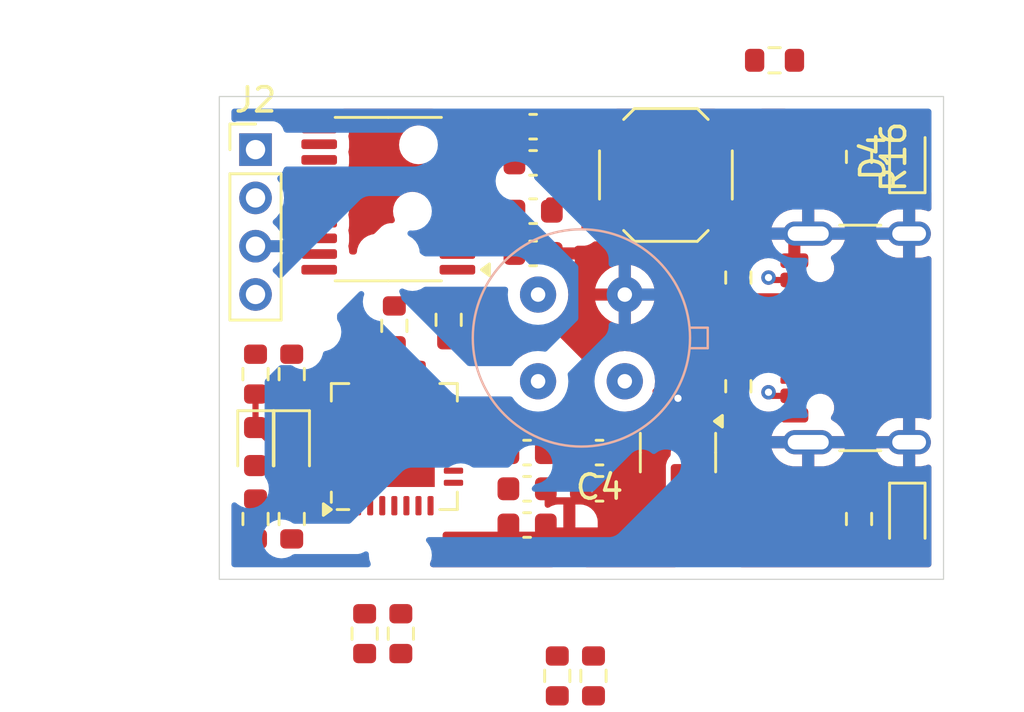
<source format=kicad_pcb>
(kicad_pcb (version 20240108) (generator "pcbnew") (generator_version "8.0")
  (layers (0 "F.Cu" signal) (31 "B.Cu" signal) (34 "B.Paste" user) (35 "F.Paste" user) (36 "B.SilkS" user "B.Silkscreen") (37 "F.SilkS" user "F.Silkscreen") (38 "B.Mask" user) (39 "F.Mask" user) (44 "Edge.Cuts" user))
  (net 0 "")
  (net 1 "GND")
  (net 2 "VBUS")
  (net 3 "VDD")
  (net 4 "Net-(U1-VCAP)")
  (net 5 "/NRST")
  (net 6 "Net-(D1-A)")
  (net 7 "Net-(D2-A)")
  (net 8 "/CP_TXD")
  (net 9 "Net-(D3-A)")
  (net 10 "/CP_RXD")
  (net 11 "Net-(J1-D+-PadA6)")
  (net 12 "Net-(J1-D--PadA7)")
  (net 13 "Net-(D4-A)")
  (net 14 "Net-(J1-CC1)")
  (net 17 "Net-(J1-CC2)")
  (net 18 "/SWIM")
  (net 19 "/PIR")
  (net 20 "/DN")
  (net 21 "Net-(R3-Pad1)")
  (net 22 "/DP")
  (net 23 "Net-(R4-Pad1)")
  (net 24 "Net-(U2-~{RST})")
  (net 25 "/ST_RXD")
  (net 26 "/ST_TXD")
  (net 27 "Net-(U2-~{SUSPEND})")
  (net 32 "Net-(U1-PA1)")
  (net 34 "/ONTIME")
  (net 58 "+3.3V")
  (footprint "Resistor_SMD:R_0603_1608Metric" (layer "F.Cu") (at 45.5 54 -90)
    (property "Reference" "R5" (hide yes))
    (property "Value" "10k")
    (fp_line (start -0.237258 0.5225) (end 0.237258 0.5225) (stroke (width 0.12)) (layer "F.SilkS"))
    (fp_line (start -0.237258 -0.5225) (end 0.237258 -0.5225) (stroke (width 0.12)) (layer "F.SilkS"))
    (pad "1" smd roundrect (at -0.825 0 270) (size 0.8 0.95) (layers "F.Cu" "F.Paste" "F.Mask") (net 58 "+3.3V"))
    (pad "2" smd roundrect (at 0.825 0 270) (size 0.8 0.95) (layers "F.Cu" "F.Paste" "F.Mask") (net 24 "Net-(U2-~{RST})"))
  )
  (footprint "Resistor_SMD:R_0603_1608Metric" (layer "F.Cu") (at 37.52 52.25 90)
    (property "Reference" "R3" (hide yes))
    (property "Value" "22R")
    (fp_line (start -0.237258 -0.5225) (end 0.237258 -0.5225) (stroke (width 0.12)) (layer "F.SilkS"))
    (fp_line (start -0.237258 0.5225) (end 0.237258 0.5225) (stroke (width 0.12)) (layer "F.SilkS"))
    (pad "1" smd roundrect (at -0.825 0 90) (size 0.8 0.95) (layers "F.Cu" "F.Paste" "F.Mask") (net 21 "Net-(R3-Pad1)"))
    (pad "2" smd roundrect (at 0.825 0 90) (size 0.8 0.95) (layers "F.Cu" "F.Paste" "F.Mask") (net 20 "/DN"))
  )
  (footprint "Resistor_SMD:R_0603_1608Metric" (layer "F.Cu") (at 33 47.5 -90)
    (property "Reference" "R12" (hide yes))
    (property "Value" "10k")
    (fp_line (start -0.237258 0.5225) (end 0.237258 0.5225) (stroke (width 0.12)) (layer "F.SilkS"))
    (fp_line (start -0.237258 -0.5225) (end 0.237258 -0.5225) (stroke (width 0.12)) (layer "F.SilkS"))
    (pad "1" smd roundrect (at -0.825 0 270) (size 0.8 0.95) (layers "F.Cu" "F.Paste" "F.Mask") (net 9 "Net-(D3-A)"))
    (pad "2" smd roundrect (at 0.825 0 270) (size 0.8 0.95) (layers "F.Cu" "F.Paste" "F.Mask") (net 58 "+3.3V"))
  )
  (footprint "LED_SMD:LED_0603_1608Metric" (layer "F.Cu") (at 31.5 44.5 -90)
    (property "Reference" "D2" (hide yes))
    (property "Value" "LED")
    (fp_line (start -1.485 0.735) (end 0.8 0.735) (stroke (width 0.12)) (layer "F.SilkS"))
    (fp_line (start -1.485 -0.735) (end -1.485 0.735) (stroke (width 0.12)) (layer "F.SilkS"))
    (fp_line (start 0.8 -0.735) (end -1.485 -0.735) (stroke (width 0.12)) (layer "F.SilkS"))
    (pad "1" smd roundrect (at -0.7875 0 270) (size 0.875 0.95) (layers "F.Cu" "F.Paste" "F.Mask") (net 8 "/CP_TXD"))
    (pad "2" smd roundrect (at 0.7875 0 270) (size 0.875 0.95) (layers "F.Cu" "F.Paste" "F.Mask") (net 7 "Net-(D2-A)"))
  )
  (footprint "Resistor_SMD:R_0603_1608Metric" (layer "F.Cu") (at 37.25 39.5 -90)
    (property "Reference" "R14" (hide yes))
    (property "Value" "10k")
    (fp_line (start -0.237258 0.5225) (end 0.237258 0.5225) (stroke (width 0.12)) (layer "F.SilkS"))
    (fp_line (start -0.237258 -0.5225) (end 0.237258 -0.5225) (stroke (width 0.12)) (layer "F.SilkS"))
    (pad "1" smd roundrect (at -0.825 0 270) (size 0.8 0.95) (layers "F.Cu" "F.Paste" "F.Mask") (net 19 "/PIR"))
    (pad "2" smd roundrect (at 0.825 0 270) (size 0.8 0.95) (layers "F.Cu" "F.Paste" "F.Mask") (net 58 "+3.3V"))
  )
  (footprint "Package_SO:TSSOP-20_4.4x6.5mm_P0.65mm" (layer "F.Cu") (at 37 34.25 180)
    (property "Reference" "U1" (hide yes))
    (property "Value" "STM8S003F3P")
    (fp_line (start 0 3.385) (end 2.2 3.385) (stroke (width 0.12)) (layer "F.SilkS"))
    (fp_line (start 0 3.385) (end -2.2 3.385) (stroke (width 0.12)) (layer "F.SilkS"))
    (fp_line (start 0 -3.385) (end 2.2 -3.385) (stroke (width 0.12)) (layer "F.SilkS"))
    (fp_line (start 0 -3.385) (end -2.2 -3.385) (stroke (width 0.12)) (layer "F.SilkS"))
    (fp_poly (pts (xy -3.86 -2.925) (xy -4.19 -3.165) (xy -4.19 -2.685) (xy -3.86 -2.925)) (stroke (width 0.12)) (fill solid) (layer "F.SilkS"))
    (pad "1" smd roundrect (at -2.8625 -2.925 180) (size 1.475 0.4) (layers "F.Cu" "F.Paste" "F.Mask") (net 34 "/ONTIME"))
    (pad "2" smd roundrect (at -2.8625 -2.275 180) (size 1.475 0.4) (layers "F.Cu" "F.Paste" "F.Mask") (net 26 "/ST_TXD"))
    (pad "3" smd roundrect (at -2.8625 -1.625 180) (size 1.475 0.4) (layers "F.Cu" "F.Paste" "F.Mask") (net 25 "/ST_RXD"))
    (pad "4" smd roundrect (at -2.8625 -0.975 180) (size 1.475 0.4) (layers "F.Cu" "F.Paste" "F.Mask") (net 5 "/NRST"))
    (pad "5" smd roundrect (at -2.8625 -0.325 180) (size 1.475 0.4) (layers "F.Cu" "F.Paste" "F.Mask") (net 32 "Net-(U1-PA1)"))
    (pad "6" smd roundrect (at -2.8625 0.325 180) (size 1.475 0.4) (layers "F.Cu" "F.Paste" "F.Mask"))
    (pad "7" smd roundrect (at -2.8625 0.975 180) (size 1.475 0.4) (layers "F.Cu" "F.Paste" "F.Mask") (net 1 "GND"))
    (pad "8" smd roundrect (at -2.8625 1.625 180) (size 1.475 0.4) (layers "F.Cu" "F.Paste" "F.Mask") (net 4 "Net-(U1-VCAP)"))
    (pad "9" smd roundrect (at -2.8625 2.275 180) (size 1.475 0.4) (layers "F.Cu" "F.Paste" "F.Mask") (net 58 "+3.3V"))
    (pad "10" smd roundrect (at -2.8625 2.925 180) (size 1.475 0.4) (layers "F.Cu" "F.Paste" "F.Mask"))
    (pad "11" smd roundrect (at 2.8625 2.925 180) (size 1.475 0.4) (layers "F.Cu" "F.Paste" "F.Mask"))
    (pad "12" smd roundrect (at 2.8625 2.275 180) (size 1.475 0.4) (layers "F.Cu" "F.Paste" "F.Mask"))
    (pad "13" smd roundrect (at 2.8625 1.625 180) (size 1.475 0.4) (layers "F.Cu" "F.Paste" "F.Mask"))
    (pad "14" smd roundrect (at 2.8625 0.975 180) (size 1.475 0.4) (layers "F.Cu" "F.Paste" "F.Mask"))
    (pad "15" smd roundrect (at 2.8625 0.325 180) (size 1.475 0.4) (layers "F.Cu" "F.Paste" "F.Mask"))
    (pad "16" smd roundrect (at 2.8625 -0.325 180) (size 1.475 0.4) (layers "F.Cu" "F.Paste" "F.Mask"))
    (pad "17" smd roundrect (at 2.8625 -0.975 180) (size 1.475 0.4) (layers "F.Cu" "F.Paste" "F.Mask"))
    (pad "18" smd roundrect (at 2.8625 -1.625 180) (size 1.475 0.4) (layers "F.Cu" "F.Paste" "F.Mask") (net 18 "/SWIM"))
    (pad "19" smd roundrect (at 2.8625 -2.275 180) (size 1.475 0.4) (layers "F.Cu" "F.Paste" "F.Mask"))
    (pad "20" smd roundrect (at 2.8625 -2.925 180) (size 1.475 0.4) (layers "F.Cu" "F.Paste" "F.Mask") (net 19 "/PIR"))
  )
  (footprint "Resistor_SMD:R_0603_1608Metric" (layer "F.Cu") (at 31.5 47.5 -90)
    (property "Reference" "R11" (hide yes))
    (property "Value" "10k")
    (fp_line (start -0.237258 0.5225) (end 0.237258 0.5225) (stroke (width 0.12)) (layer "F.SilkS"))
    (fp_line (start -0.237258 -0.5225) (end 0.237258 -0.5225) (stroke (width 0.12)) (layer "F.SilkS"))
    (pad "1" smd roundrect (at -0.825 0 270) (size 0.8 0.95) (layers "F.Cu" "F.Paste" "F.Mask") (net 7 "Net-(D2-A)"))
    (pad "2" smd roundrect (at 0.825 0 270) (size 0.8 0.95) (layers "F.Cu" "F.Paste" "F.Mask") (net 58 "+3.3V"))
  )
  (footprint "Resistor_SMD:R_0603_1608Metric" (layer "F.Cu") (at 53 28.5)
    (property "Reference" "R13" (hide yes))
    (property "Value" "10k")
    (fp_line (start -0.237258 -0.5225) (end 0.237258 -0.5225) (stroke (width 0.12)) (layer "F.SilkS"))
    (fp_line (start -0.237258 0.5225) (end 0.237258 0.5225) (stroke (width 0.12)) (layer "F.SilkS"))
    (pad "1" smd roundrect (at -0.825 0) (size 0.8 0.95) (layers "F.Cu" "F.Paste" "F.Mask") (net 5 "/NRST"))
    (pad "2" smd roundrect (at 0.825 0) (size 0.8 0.95) (layers "F.Cu" "F.Paste" "F.Mask") (net 3 "VDD"))
  )
  (footprint "LED_SMD:LED_0603_1608Metric" (layer "F.Cu") (at 33 44.5 -90)
    (property "Reference" "D3" (hide yes))
    (property "Value" "LED")
    (fp_line (start -1.485 0.735) (end 0.8 0.735) (stroke (width 0.12)) (layer "F.SilkS"))
    (fp_line (start -1.485 -0.735) (end -1.485 0.735) (stroke (width 0.12)) (layer "F.SilkS"))
    (fp_line (start 0.8 -0.735) (end -1.485 -0.735) (stroke (width 0.12)) (layer "F.SilkS"))
    (pad "1" smd roundrect (at -0.7875 0 270) (size 0.875 0.95) (layers "F.Cu" "F.Paste" "F.Mask") (net 10 "/CP_RXD"))
    (pad "2" smd roundrect (at 0.7875 0 270) (size 0.875 0.95) (layers "F.Cu" "F.Paste" "F.Mask") (net 9 "Net-(D3-A)"))
  )
  (footprint "Connector_USB:USB_C_Receptacle_GCT_USB4105-xx-A_16P_TopMnt_Horizontal" (layer "F.Cu") (at 57.5 40 90)
    (property "Reference" "J1" (hide yes))
    (property "Value" "USB_C_Receptacle_USB2.0_16P")
    (fp_line (start 4.67 -0.1) (end 4.67 -1.8) (stroke (width 0.12)) (layer "F.SilkS"))
    (fp_line (start -4.67 -0.1) (end -4.67 -1.8) (stroke (width 0.12)) (layer "F.SilkS"))
    (pad "" np_thru_hole circle (at -2.89 -2.605 90) (size 0.65 0.65) (drill 0.65) (layers "F&B.Cu" "*.Mask"))
    (pad "" np_thru_hole circle (at 2.89 -2.605 90) (size 0.65 0.65) (drill 0.65) (layers "F&B.Cu" "*.Mask"))
    (pad "A1" smd roundrect (at -3.2 -3.68 90) (size 0.6 1.15) (layers "F.Cu" "F.Paste" "F.Mask") (net 1 "GND"))
    (pad "A4" smd roundrect (at -2.4 -3.68 90) (size 0.6 1.15) (layers "F.Cu" "F.Paste" "F.Mask") (net 2 "VBUS"))
    (pad "A5" smd roundrect (at -1.25 -3.68 90) (size 0.3 1.15) (layers "F.Cu" "F.Paste" "F.Mask") (net 14 "Net-(J1-CC1)"))
    (pad "A6" smd roundrect (at -0.25 -3.68 90) (size 0.3 1.15) (layers "F.Cu" "F.Paste" "F.Mask") (net 11 "Net-(J1-D+-PadA6)"))
    (pad "A7" smd roundrect (at 0.25 -3.68 90) (size 0.3 1.15) (layers "F.Cu" "F.Paste" "F.Mask") (net 12 "Net-(J1-D--PadA7)"))
    (pad "A8" smd roundrect (at 1.25 -3.68 90) (size 0.3 1.15) (layers "F.Cu" "F.Paste" "F.Mask"))
    (pad "A9" smd roundrect (at 2.4 -3.68 90) (size 0.6 1.15) (layers "F.Cu" "F.Paste" "F.Mask") (net 2 "VBUS"))
    (pad "A12" smd roundrect (at 3.2 -3.68 90) (size 0.6 1.15) (layers "F.Cu" "F.Paste" "F.Mask") (net 1 "GND"))
    (pad "B1" smd roundrect (at 3.2 -3.68 90) (size 0.6 1.15) (layers "F.Cu" "F.Paste" "F.Mask") (net 1 "GND"))
    (pad "B4" smd roundrect (at 2.4 -3.68 90) (size 0.6 1.15) (layers "F.Cu" "F.Paste" "F.Mask") (net 2 "VBUS"))
    (pad "B5" smd roundrect (at 1.75 -3.68 90) (size 0.3 1.15) (layers "F.Cu" "F.Paste" "F.Mask") (net 17 "Net-(J1-CC2)"))
    (pad "B6" smd roundrect (at 0.75 -3.68 90) (size 0.3 1.15) (layers "F.Cu" "F.Paste" "F.Mask") (net 11 "Net-(J1-D+-PadA6)"))
    (pad "B7" smd roundrect (at -0.75 -3.68 90) (size 0.3 1.15) (layers "F.Cu" "F.Paste" "F.Mask") (net 12 "Net-(J1-D--PadA7)"))
    (pad "B8" smd roundrect (at -1.75 -3.68 90) (size 0.3 1.15) (layers "F.Cu" "F.Paste" "F.Mask"))
    (pad "B9" smd roundrect (at -2.4 -3.68 90) (size 0.6 1.15) (layers "F.Cu" "F.Paste" "F.Mask") (net 2 "VBUS"))
    (pad "B12" smd roundrect (at -3.2 -3.68 90) (size 0.6 1.15) (layers "F.Cu" "F.Paste" "F.Mask") (net 1 "GND"))
    (pad "S1" thru_hole oval (at -4.32 -3.105 90) (size 1 2.1) (drill oval 0.6 1.7) (layers "*.Cu" "*.Mask" "F.Paste") (net 1 "GND"))
    (pad "S1" thru_hole oval (at -4.32 1.075 90) (size 1 1.8) (drill oval 0.6 1.4) (layers "*.Cu" "*.Mask" "F.Paste") (net 1 "GND"))
    (pad "S1" thru_hole oval (at 4.32 -3.105 90) (size 1 2.1) (drill oval 0.6 1.7) (layers "*.Cu" "*.Mask" "F.Paste") (net 1 "GND"))
    (pad "S1" thru_hole oval (at 4.32 1.075 90) (size 1 1.8) (drill oval 0.6 1.4) (layers "*.Cu" "*.Mask" "F.Paste") (net 1 "GND"))
  )
  (footprint "Capacitor_SMD:C_0603_1608Metric" (layer "F.Cu") (at 42.75 47.75)
    (property "Reference" "C3" (hide yes))
    (property "Value" "1u")
    (fp_line (start -0.14058 -0.51) (end 0.14058 -0.51) (stroke (width 0.12)) (layer "F.SilkS"))
    (fp_line (start -0.14058 0.51) (end 0.14058 0.51) (stroke (width 0.12)) (layer "F.SilkS"))
    (pad "1" smd roundrect (at -0.775 0) (size 0.9 0.95) (layers "F.Cu" "F.Paste" "F.Mask") (net 58 "+3.3V"))
    (pad "2" smd roundrect (at 0.775 0) (size 0.9 0.95) (layers "F.Cu" "F.Paste" "F.Mask") (net 1 "GND"))
  )
  (footprint "Capacitor_SMD:C_0603_1608Metric" (layer "F.Cu") (at 42.75 44.75)
    (property "Reference" "C1" (hide yes))
    (property "Value" "1u")
    (fp_line (start -0.14058 -0.51) (end 0.14058 -0.51) (stroke (width 0.12)) (layer "F.SilkS"))
    (fp_line (start -0.14058 0.51) (end 0.14058 0.51) (stroke (width 0.12)) (layer "F.SilkS"))
    (pad "1" smd roundrect (at -0.775 0) (size 0.9 0.95) (layers "F.Cu" "F.Paste" "F.Mask") (net 2 "VBUS"))
    (pad "2" smd roundrect (at 0.775 0) (size 0.9 0.95) (layers "F.Cu" "F.Paste" "F.Mask") (net 1 "GND"))
  )
  (footprint "Resistor_SMD:R_0603_1608Metric" (layer "F.Cu") (at 56.5 47.5 90)
    (property "Reference" "R10" (hide yes))
    (property "Value" "10k")
    (fp_line (start -0.237258 -0.5225) (end 0.237258 -0.5225) (stroke (width 0.12)) (layer "F.SilkS"))
    (fp_line (start -0.237258 0.5225) (end 0.237258 0.5225) (stroke (width 0.12)) (layer "F.SilkS"))
    (pad "1" smd roundrect (at -0.825 0 90) (size 0.8 0.95) (layers "F.Cu" "F.Paste" "F.Mask") (net 6 "Net-(D1-A)"))
    (pad "2" smd roundrect (at 0.825 0 90) (size 0.8 0.95) (layers "F.Cu" "F.Paste" "F.Mask") (net 2 "VBUS"))
  )
  (footprint "Resistor_SMD:R_0603_1608Metric" (layer "F.Cu") (at 56.5 32.5 -90)
    (property "Reference" "R16" (at 0 -1.43 90) (layer "F.SilkS"))
    (property "Value" "10k")
    (fp_line (start -0.237258 0.5225) (end 0.237258 0.5225) (stroke (width 0.12)) (layer "F.SilkS"))
    (fp_line (start -0.237258 -0.5225) (end 0.237258 -0.5225) (stroke (width 0.12)) (layer "F.SilkS"))
    (pad "1" smd roundrect (at -0.825 0 270) (size 0.8 0.95) (layers "F.Cu" "F.Paste" "F.Mask") (net 13 "Net-(D4-A)"))
    (pad "2" smd roundrect (at 0.825 0 270) (size 0.8 0.95) (layers "F.Cu" "F.Paste" "F.Mask") (net 32 "Net-(U1-PA1)"))
  )
  (footprint "LED_SMD:LED_0603_1608Metric" (layer "F.Cu") (at 58.5 32.5 90)
    (property "Reference" "D4" (at 0 -1.43 270) (layer "F.SilkS"))
    (property "Value" "LED")
    (fp_line (start 0.8 -0.735) (end -1.485 -0.735) (stroke (width 0.12)) (layer "F.SilkS"))
    (fp_line (start -1.485 -0.735) (end -1.485 0.735) (stroke (width 0.12)) (layer "F.SilkS"))
    (fp_line (start -1.485 0.735) (end 0.8 0.735) (stroke (width 0.12)) (layer "F.SilkS"))
    (pad "1" smd roundrect (at -0.7875 0 90) (size 0.875 0.95) (layers "F.Cu" "F.Paste" "F.Mask") (net 1 "GND"))
    (pad "2" smd roundrect (at 0.7875 0 90) (size 0.875 0.95) (layers "F.Cu" "F.Paste" "F.Mask") (net 13 "Net-(D4-A)"))
  )
  (footprint "Resistor_SMD:R_0603_1608Metric" (layer "F.Cu") (at 51.5 42 -90)
    (property "Reference" "R2" (hide yes))
    (property "Value" "5.1k")
    (fp_line (start -0.237258 0.5225) (end 0.237258 0.5225) (stroke (width 0.12)) (layer "F.SilkS"))
    (fp_line (start -0.237258 -0.5225) (end 0.237258 -0.5225) (stroke (width 0.12)) (layer "F.SilkS"))
    (pad "1" smd roundrect (at -0.825 0 270) (size 0.8 0.95) (layers "F.Cu" "F.Paste" "F.Mask") (net 14 "Net-(J1-CC1)"))
    (pad "2" smd roundrect (at 0.825 0 270) (size 0.8 0.95) (layers "F.Cu" "F.Paste" "F.Mask") (net 1 "GND"))
  )
  (footprint "Package_TO_SOT_SMD:SOT-23-6" (layer "F.Cu") (at 49 44.75 -90)
    (property "Reference" "U3" (hide yes))
    (property "Value" "USBLC6-2SC6")
    (fp_line (start 0 1.56) (end -0.8 1.56) (stroke (width 0.12)) (layer "F.SilkS"))
    (fp_line (start 0 1.56) (end 0.8 1.56) (stroke (width 0.12)) (layer "F.SilkS"))
    (fp_line (start 0 -1.56) (end -0.8 -1.56) (stroke (width 0.12)) (layer "F.SilkS"))
    (fp_line (start 0 -1.56) (end 0.8 -1.56) (stroke (width 0.12)) (layer "F.SilkS"))
    (fp_poly (pts (xy -1.3 -1.51) (xy -1.54 -1.84) (xy -1.06 -1.84) (xy -1.3 -1.51)) (stroke (width 0.12)) (fill solid) (layer "F.SilkS"))
    (pad "1" smd roundrect (at -1.1375 -0.95 270) (size 1.325 0.6) (layers "F.Cu" "F.Paste" "F.Mask") (net 12 "Net-(J1-D--PadA7)"))
    (pad "2" smd roundrect (at -1.1375 0 270) (size 1.325 0.6) (layers "F.Cu" "F.Paste" "F.Mask") (net 1 "GND"))
    (pad "3" smd roundrect (at -1.1375 0.95 270) (size 1.325 0.6) (layers "F.Cu" "F.Paste" "F.Mask") (net 11 "Net-(J1-D+-PadA6)"))
    (pad "4" smd roundrect (at 1.1375 0.95 270) (size 1.325 0.6) (layers "F.Cu" "F.Paste" "F.Mask") (net 23 "Net-(R4-Pad1)"))
    (pad "5" smd roundrect (at 1.1375 0 270) (size 1.325 0.6) (layers "F.Cu" "F.Paste" "F.Mask") (net 2 "VBUS"))
    (pad "6" smd roundrect (at 1.1375 -0.95 270) (size 1.325 0.6) (layers "F.Cu" "F.Paste" "F.Mask") (net 21 "Net-(R3-Pad1)"))
  )
  (footprint "Capacitor_SMD:C_0603_1608Metric" (layer "F.Cu") (at 42.75 46.25)
    (property "Reference" "C2" (hide yes))
    (property "Value" "100n")
    (fp_line (start -0.14058 -0.51) (end 0.14058 -0.51) (stroke (width 0.12)) (layer "F.SilkS"))
    (fp_line (start -0.14058 0.51) (end 0.14058 0.51) (stroke (width 0.12)) (layer "F.SilkS"))
    (pad "1" smd roundrect (at -0.775 0) (size 0.9 0.95) (layers "F.Cu" "F.Paste" "F.Mask") (net 2 "VBUS"))
    (pad "2" smd roundrect (at 0.775 0) (size 0.9 0.95) (layers "F.Cu" "F.Paste" "F.Mask") (net 1 "GND"))
  )
  (footprint "Connector_PinHeader_2.00mm:PinHeader_1x04_P2.00mm_Vertical" (layer "F.Cu") (at 31.5 32.2)
    (property "Reference" "J2" (at 0 -2.06 0) (layer "F.SilkS"))
    (property "Value" "Conn_01x04")
    (fp_line (start -1.06 -1.06) (end 0 -1.06) (stroke (width 0.12)) (layer "F.SilkS"))
    (fp_line (start -1.06 0) (end -1.06 -1.06) (stroke (width 0.12)) (layer "F.SilkS"))
    (fp_line (start -1.06 1) (end -1.06 7.06) (stroke (width 0.12)) (layer "F.SilkS"))
    (fp_line (start -1.06 1) (end 1.06 1) (stroke (width 0.12)) (layer "F.SilkS"))
    (fp_line (start -1.06 7.06) (end 1.06 7.06) (stroke (width 0.12)) (layer "F.SilkS"))
    (fp_line (start 1.06 1) (end 1.06 7.06) (stroke (width 0.12)) (layer "F.SilkS"))
    (pad "1" thru_hole rect (at 0 0) (size 1.35 1.35) (drill 0.8) (layers "*.Cu" "*.Mask") (net 58 "+3.3V"))
    (pad "2" thru_hole oval (at 0 2) (size 1.35 1.35) (drill 0.8) (layers "*.Cu" "*.Mask") (net 18 "/SWIM"))
    (pad "3" thru_hole oval (at 0 4) (size 1.35 1.35) (drill 0.8) (layers "*.Cu" "*.Mask") (net 1 "GND"))
    (pad "4" thru_hole oval (at 0 6) (size 1.35 1.35) (drill 0.8) (layers "*.Cu" "*.Mask") (net 5 "/NRST"))
  )
  (footprint "Capacitor_SMD:C_0603_1608Metric" (layer "F.Cu") (at 45.75 44.75 180)
    (property "Reference" "C4" (at 0 -1.43 180) (layer "F.SilkS"))
    (property "Value" "1u")
    (fp_line (start -0.14058 0.51) (end 0.14058 0.51) (stroke (width 0.12)) (layer "F.SilkS"))
    (fp_line (start -0.14058 -0.51) (end 0.14058 -0.51) (stroke (width 0.12)) (layer "F.SilkS"))
    (pad "1" smd roundrect (at -0.775 0 180) (size 0.9 0.95) (layers "F.Cu" "F.Paste" "F.Mask") (net 58 "+3.3V"))
    (pad "2" smd roundrect (at 0.775 0 180) (size 0.9 0.95) (layers "F.Cu" "F.Paste" "F.Mask") (net 1 "GND"))
  )
  (footprint "LED_SMD:LED_0603_1608Metric" (layer "F.Cu") (at 58.5 47.5 -90)
    (property "Reference" "D1" (hide yes))
    (property "Value" "LED")
    (fp_line (start -1.485 0.735) (end 0.8 0.735) (stroke (width 0.12)) (layer "F.SilkS"))
    (fp_line (start -1.485 -0.735) (end -1.485 0.735) (stroke (width 0.12)) (layer "F.SilkS"))
    (fp_line (start 0.8 -0.735) (end -1.485 -0.735) (stroke (width 0.12)) (layer "F.SilkS"))
    (pad "1" smd roundrect (at -0.7875 0 270) (size 0.875 0.95) (layers "F.Cu" "F.Paste" "F.Mask") (net 1 "GND"))
    (pad "2" smd roundrect (at 0.7875 0 270) (size 0.875 0.95) (layers "F.Cu" "F.Paste" "F.Mask") (net 6 "Net-(D1-A)"))
  )
  (footprint "Resistor_SMD:R_0603_1608Metric" (layer "F.Cu") (at 36.02 52.25 90)
    (property "Reference" "R4" (hide yes))
    (property "Value" "22R")
    (fp_line (start -0.237258 -0.5225) (end 0.237258 -0.5225) (stroke (width 0.12)) (layer "F.SilkS"))
    (fp_line (start -0.237258 0.5225) (end 0.237258 0.5225) (stroke (width 0.12)) (layer "F.SilkS"))
    (pad "1" smd roundrect (at -0.825 0 90) (size 0.8 0.95) (layers "F.Cu" "F.Paste" "F.Mask") (net 23 "Net-(R4-Pad1)"))
    (pad "2" smd roundrect (at 0.825 0 90) (size 0.8 0.95) (layers "F.Cu" "F.Paste" "F.Mask") (net 22 "/DP"))
  )
  (footprint "Package_DFN_QFN:QFN-28-1EP_5x5mm_P0.5mm_EP3.35x3.35mm" (layer "F.Cu") (at 37.25 44.5 90)
    (property "Reference" "U2" (hide yes))
    (property "Value" "CP2102N-Axx-xQFN28")
    (fp_line (start 2.61 -2.61) (end 2.61 -1.885) (stroke (width 0.12)) (layer "F.SilkS"))
    (fp_line (start 1.885 -2.61) (end 2.61 -2.61) (stroke (width 0.12)) (layer "F.SilkS"))
    (fp_line (start -1.885 -2.61) (end -2.31 -2.61) (stroke (width 0.12)) (layer "F.SilkS"))
    (fp_line (start -2.61 -1.885) (end -2.61 -2.37) (stroke (width 0.12)) (layer "F.SilkS"))
    (fp_line (start 2.61 2.61) (end 2.61 1.885) (stroke (width 0.12)) (layer "F.SilkS"))
    (fp_line (start 1.885 2.61) (end 2.61 2.61) (stroke (width 0.12)) (layer "F.SilkS"))
    (fp_line (start -1.885 2.61) (end -2.61 2.61) (stroke (width 0.12)) (layer "F.SilkS"))
    (fp_line (start -2.61 2.61) (end -2.61 1.885) (stroke (width 0.12)) (layer "F.SilkS"))
    (fp_poly (pts (xy -2.61 -2.61) (xy -2.85 -2.94) (xy -2.37 -2.94) (xy -2.61 -2.61)) (stroke (width 0.12)) (fill solid) (layer "F.SilkS"))
    (pad "1" smd roundrect (at -2.45 -1.5 90) (size 0.8 0.25) (layers "F.Cu" "F.Paste" "F.Mask"))
    (pad "2" smd roundrect (at -2.45 -1 90) (size 0.8 0.25) (layers "F.Cu" "F.Paste" "F.Mask"))
    (pad "3" smd roundrect (at -2.45 -0.5 90) (size 0.8 0.25) (layers "F.Cu" "F.Paste" "F.Mask") (net 1 "GND"))
    (pad "4" smd roundrect (at -2.45 0 90) (size 0.8 0.25) (layers "F.Cu" "F.Paste" "F.Mask") (net 22 "/DP"))
    (pad "5" smd roundrect (at -2.45 0.5 90) (size 0.8 0.25) (layers "F.Cu" "F.Paste" "F.Mask") (net 20 "/DN"))
    (pad "6" smd roundrect (at -2.45 1 90) (size 0.8 0.25) (layers "F.Cu" "F.Paste" "F.Mask") (net 58 "+3.3V"))
    (pad "7" smd roundrect (at -2.45 1.5 90) (size 0.8 0.25) (layers "F.Cu" "F.Paste" "F.Mask") (net 2 "VBUS"))
    (pad "8" smd roundrect (at -1.5 2.45 90) (size 0.25 0.8) (layers "F.Cu" "F.Paste" "F.Mask") (net 2 "VBUS"))
    (pad "9" smd roundrect (at -1 2.45 90) (size 0.25 0.8) (layers "F.Cu" "F.Paste" "F.Mask") (net 24 "Net-(U2-~{RST})"))
    (pad "10" smd roundrect (at -0.5 2.45 90) (size 0.25 0.8) (layers "F.Cu" "F.Paste" "F.Mask"))
    (pad "11" smd roundrect (at 0 2.45 90) (size 0.25 0.8) (layers "F.Cu" "F.Paste" "F.Mask") (net 27 "Net-(U2-~{SUSPEND})"))
    (pad "12" smd roundrect (at 0.5 2.45 90) (size 0.25 0.8) (layers "F.Cu" "F.Paste" "F.Mask"))
    (pad "13" smd roundrect (at 1 2.45 90) (size 0.25 0.8) (layers "F.Cu" "F.Paste" "F.Mask"))
    (pad "14" smd roundrect (at 1.5 2.45 90) (size 0.25 0.8) (layers "F.Cu" "F.Paste" "F.Mask"))
    (pad "15" smd roundrect (at 2.45 1.5 90) (size 0.8 0.25) (layers "F.Cu" "F.Paste" "F.Mask"))
    (pad "16" smd roundrect (at 2.45 1 90) (size 0.8 0.25) (layers "F.Cu" "F.Paste" "F.Mask"))
    (pad "17" smd roundrect (at 2.45 0.5 90) (size 0.8 0.25) (layers "F.Cu" "F.Paste" "F.Mask"))
    (pad "18" smd roundrect (at 2.45 0 90) (size 0.8 0.25) (layers "F.Cu" "F.Paste" "F.Mask"))
    (pad "19" smd roundrect (at 2.45 -0.5 90) (size 0.8 0.25) (layers "F.Cu" "F.Paste" "F.Mask"))
    (pad "20" smd roundrect (at 2.45 -1 90) (size 0.8 0.25) (layers "F.Cu" "F.Paste" "F.Mask"))
    (pad "21" smd roundrect (at 2.45 -1.5 90) (size 0.8 0.25) (layers "F.Cu" "F.Paste" "F.Mask"))
    (pad "22" smd roundrect (at 1.5 -2.45 90) (size 0.25 0.8) (layers "F.Cu" "F.Paste" "F.Mask"))
    (pad "23" smd roundrect (at 1 -2.45 90) (size 0.25 0.8) (layers "F.Cu" "F.Paste" "F.Mask"))
    (pad "24" smd roundrect (at 0.5 -2.45 90) (size 0.25 0.8) (layers "F.Cu" "F.Paste" "F.Mask"))
    (pad "25" smd roundrect (at 0 -2.45 90) (size 0.25 0.8) (layers "F.Cu" "F.Paste" "F.Mask") (net 10 "/CP_RXD"))
    (pad "26" smd roundrect (at -0.5 -2.45 90) (size 0.25 0.8) (layers "F.Cu" "F.Paste" "F.Mask") (net 8 "/CP_TXD"))
    (pad "27" smd roundrect (at -1 -2.45 90) (size 0.25 0.8) (layers "F.Cu" "F.Paste" "F.Mask"))
    (pad "28" smd roundrect (at -1.5 -2.45 90) (size 0.25 0.8) (layers "F.Cu" "F.Paste" "F.Mask"))
    (pad "29" smd rect (at 0 0 90) (size 3.35 3.35) (property pad_prop_heatsink) (layers "F.Cu" "F.Mask") (net 1 "GND"))
  )
  (footprint "Button_Switch_SMD:SW_Push_1P1T_XKB_TS-1187A" (layer "F.Cu") (at 48.5 33.25)
    (property "Reference" "SW1" (hide yes))
    (property "Value" "SW_Push")
    (fp_line (start -2.75 -1) (end -2.75 1) (stroke (width 0.12)) (layer "F.SilkS"))
    (fp_line (start -1.75 -2.3) (end -1.3 -2.75) (stroke (width 0.12)) (layer "F.SilkS"))
    (fp_line (start -1.75 2.3) (end -1.3 2.75) (stroke (width 0.12)) (layer "F.SilkS"))
    (fp_line (start -1.3 -2.75) (end 1.3 -2.75) (stroke (width 0.12)) (layer "F.SilkS"))
    (fp_line (start -1.3 2.75) (end 1.3 2.75) (stroke (width 0.12)) (layer "F.SilkS"))
    (fp_line (start 1.75 -2.3) (end 1.3 -2.75) (stroke (width 0.12)) (layer "F.SilkS"))
    (fp_line (start 1.75 2.3) (end 1.3 2.75) (stroke (width 0.12)) (layer "F.SilkS"))
    (fp_line (start 2.75 -1) (end 2.75 1) (stroke (width 0.12)) (layer "F.SilkS"))
    (pad "1" smd rect (at -3 -1.875) (size 1 0.75) (layers "F.Cu" "F.Paste" "F.Mask") (net 1 "GND"))
    (pad "1" smd rect (at 3 -1.875) (size 1 0.75) (layers "F.Cu" "F.Paste" "F.Mask") (net 1 "GND"))
    (pad "2" smd rect (at -3 1.875) (size 1 0.75) (layers "F.Cu" "F.Paste" "F.Mask") (net 5 "/NRST"))
    (pad "2" smd rect (at 3 1.875) (size 1 0.75) (layers "F.Cu" "F.Paste" "F.Mask") (net 5 "/NRST"))
  )
  (footprint "Resistor_SMD:R_0603_1608Metric" (layer "F.Cu") (at 31.5 41.5 90)
    (property "Reference" "R7" (hide yes))
    (property "Value" "22R")
    (fp_line (start -0.237258 -0.5225) (end 0.237258 -0.5225) (stroke (width 0.12)) (layer "F.SilkS"))
    (fp_line (start -0.237258 0.5225) (end 0.237258 0.5225) (stroke (width 0.12)) (layer "F.SilkS"))
    (pad "1" smd roundrect (at -0.825 0 90) (size 0.8 0.95) (layers "F.Cu" "F.Paste" "F.Mask") (net 8 "/CP_TXD"))
    (pad "2" smd roundrect (at 0.825 0 90) (size 0.8 0.95) (layers "F.Cu" "F.Paste" "F.Mask") (net 25 "/ST_RXD"))
  )
  (footprint "Capacitor_SMD:C_0603_1608Metric" (layer "F.Cu") (at 45.75 46.25 180)
    (property "Reference" "C8" (hide yes))
    (property "Value" "100n")
    (fp_line (start -0.14058 0.51) (end 0.14058 0.51) (stroke (width 0.12)) (layer "F.SilkS"))
    (fp_line (start -0.14058 -0.51) (end 0.14058 -0.51) (stroke (width 0.12)) (layer "F.SilkS"))
    (pad "1" smd roundrect (at -0.775 0 180) (size 0.9 0.95) (layers "F.Cu" "F.Paste" "F.Mask") (net 58 "+3.3V"))
    (pad "2" smd roundrect (at 0.775 0 180) (size 0.9 0.95) (layers "F.Cu" "F.Paste" "F.Mask") (net 1 "GND"))
  )
  (footprint "Capacitor_SMD:C_0603_1608Metric" (layer "F.Cu") (at 43 36.5)
    (property "Reference" "C7" (hide yes))
    (property "Value" "100n")
    (fp_line (start -0.14058 -0.51) (end 0.14058 -0.51) (stroke (width 0.12)) (layer "F.SilkS"))
    (fp_line (start -0.14058 0.51) (end 0.14058 0.51) (stroke (width 0.12)) (layer "F.SilkS"))
    (pad "1" smd roundrect (at -0.775 0) (size 0.9 0.95) (layers "F.Cu" "F.Paste" "F.Mask") (net 5 "/NRST"))
    (pad "2" smd roundrect (at 0.775 0) (size 0.9 0.95) (layers "F.Cu" "F.Paste" "F.Mask") (net 1 "GND"))
  )
  (footprint "Capacitor_SMD:C_0603_1608Metric" (layer "F.Cu") (at 43 31.25)
    (property "Reference" "C5" (hide yes))
    (property "Value" "100n")
    (fp_line (start -0.14058 -0.51) (end 0.14058 -0.51) (stroke (width 0.12)) (layer "F.SilkS"))
    (fp_line (start -0.14058 0.51) (end 0.14058 0.51) (stroke (width 0.12)) (layer "F.SilkS"))
    (pad "1" smd roundrect (at -0.775 0) (size 0.9 0.95) (layers "F.Cu" "F.Paste" "F.Mask") (net 58 "+3.3V"))
    (pad "2" smd roundrect (at 0.775 0) (size 0.9 0.95) (layers "F.Cu" "F.Paste" "F.Mask") (net 1 "GND"))
  )
  (footprint "Resistor_SMD:R_0603_1608Metric" (layer "F.Cu") (at 51.5 37.5 90)
    (property "Reference" "R1" (hide yes))
    (property "Value" "5.1k")
    (fp_line (start -0.237258 -0.5225) (end 0.237258 -0.5225) (stroke (width 0.12)) (layer "F.SilkS"))
    (fp_line (start -0.237258 0.5225) (end 0.237258 0.5225) (stroke (width 0.12)) (layer "F.SilkS"))
    (pad "1" smd roundrect (at -0.825 0 90) (size 0.8 0.95) (layers "F.Cu" "F.Paste" "F.Mask") (net 17 "Net-(J1-CC2)"))
    (pad "2" smd roundrect (at 0.825 0 90) (size 0.8 0.95) (layers "F.Cu" "F.Paste" "F.Mask") (net 1 "GND"))
  )
  (footprint "Resistor_SMD:R_0603_1608Metric" (layer "F.Cu") (at 33 41.5 90)
    (property "Reference" "R8" (hide yes))
    (property "Value" "22R")
    (fp_line (start -0.237258 -0.5225) (end 0.237258 -0.5225) (stroke (width 0.12)) (layer "F.SilkS"))
    (fp_line (start -0.237258 0.5225) (end 0.237258 0.5225) (stroke (width 0.12)) (layer "F.SilkS"))
    (pad "1" smd roundrect (at -0.825 0 90) (size 0.8 0.95) (layers "F.Cu" "F.Paste" "F.Mask") (net 10 "/CP_RXD"))
    (pad "2" smd roundrect (at 0.825 0 90) (size 0.8 0.95) (layers "F.Cu" "F.Paste" "F.Mask") (net 26 "/ST_TXD"))
  )
  (footprint "Resistor_SMD:R_0603_1608Metric" (layer "F.Cu") (at 44 54 90)
    (property "Reference" "R9" (hide yes))
    (property "Value" "10k")
    (fp_line (start -0.237258 -0.5225) (end 0.237258 -0.5225) (stroke (width 0.12)) (layer "F.SilkS"))
    (fp_line (start -0.237258 0.5225) (end 0.237258 0.5225) (stroke (width 0.12)) (layer "F.SilkS"))
    (pad "1" smd roundrect (at -0.825 0 90) (size 0.8 0.95) (layers "F.Cu" "F.Paste" "F.Mask") (net 27 "Net-(U2-~{SUSPEND})"))
    (pad "2" smd roundrect (at 0.825 0 90) (size 0.8 0.95) (layers "F.Cu" "F.Paste" "F.Mask") (net 1 "GND"))
  )
  (footprint "Capacitor_SMD:C_0603_1608Metric" (layer "F.Cu") (at 43 34.75)
    (property "Reference" "C6" (hide yes))
    (property "Value" "1u")
    (fp_line (start -0.14058 -0.51) (end 0.14058 -0.51) (stroke (width 0.12)) (layer "F.SilkS"))
    (fp_line (start -0.14058 0.51) (end 0.14058 0.51) (stroke (width 0.12)) (layer "F.SilkS"))
    (pad "1" smd roundrect (at -0.775 0) (size 0.9 0.95) (layers "F.Cu" "F.Paste" "F.Mask") (net 4 "Net-(U1-VCAP)"))
    (pad "2" smd roundrect (at 0.775 0) (size 0.9 0.95) (layers "F.Cu" "F.Paste" "F.Mask") (net 1 "GND"))
  )
  (footprint "Capacitor_SMD:C_0603_1608Metric" (layer "F.Cu") (at 43 32.75)
    (property "Reference" "C9" (hide yes))
    (property "Value" "10u")
    (fp_line (start -0.14058 -0.51) (end 0.14058 -0.51) (stroke (width 0.12)) (layer "F.SilkS"))
    (fp_line (start -0.14058 0.51) (end 0.14058 0.51) (stroke (width 0.12)) (layer "F.SilkS"))
    (pad "1" smd roundrect (at -0.775 0) (size 0.9 0.95) (layers "F.Cu" "F.Paste" "F.Mask") (net 58 "+3.3V"))
    (pad "2" smd roundrect (at 0.775 0) (size 0.9 0.95) (layers "F.Cu" "F.Paste" "F.Mask") (net 1 "GND"))
  )
  (footprint "Resistor_SMD:R_0603_1608Metric" (layer "F.Cu") (at 39.5 39.25 -90)
    (property "Reference" "R15" (hide yes))
    (property "Value" "10k")
    (fp_line (start -0.237258 0.5225) (end 0.237258 0.5225) (stroke (width 0.12)) (layer "F.SilkS"))
    (fp_line (start -0.237258 -0.5225) (end 0.237258 -0.5225) (stroke (width 0.12)) (layer "F.SilkS"))
    (pad "1" smd roundrect (at -0.825 0 270) (size 0.8 0.95) (layers "F.Cu" "F.Paste" "F.Mask") (net 34 "/ONTIME"))
    (pad "2" smd roundrect (at 0.825 0 270) (size 0.8 0.95) (layers "F.Cu" "F.Paste" "F.Mask") (net 58 "+3.3V"))
  )
  (footprint "pir_fp:BS412" (layer "B.Cu") (at 45 40 135)
    (property "Reference" "J3" (hide yes))
    (property "Value" "BS412")
    (fp_line (start -2.9 3.5) (end -3.4 4) (stroke (width 0.1)) (layer "B.SilkS"))
    (fp_line (start -3.4 4) (end -4 3.4) (stroke (width 0.1)) (layer "B.SilkS"))
    (fp_line (start -4 3.4) (end -3.5 2.9) (stroke (width 0.1)) (layer "B.SilkS"))
    (fp_circle (center 0 0) (end 4.500001 0) (stroke (width 0.1)) (fill none) (layer "B.SilkS"))
    (pad "1" thru_hole circle (at 0 2.54 135) (size 1.5 1.5) (drill 0.6) (layers "*.Cu" "*.Mask") (net 1 "GND"))
    (pad "2" thru_hole circle (at -2.54 0 135) (size 1.5 1.5) (drill 0.6) (layers "*.Cu" "*.Mask") (net 34 "/ONTIME"))
    (pad "3" thru_hole circle (at 0 -2.54 135) (size 1.5 1.5) (drill 0.6) (layers "*.Cu" "*.Mask") (net 58 "+3.3V"))
    (pad "4" thru_hole circle (at 2.54 0 135) (size 1.5 1.5) (drill 0.6) (layers "*.Cu" "*.Mask") (net 19 "/PIR"))
  )
  (gr_rect (start 30 30) (end 60 50) (stroke (width 0.05)) (fill none) (layer "Edge.Cuts"))
  (segment (start 58.7875 35.4675) (end 58.575 35.68) (width 0.254) (layer "F.Cu") (net 1))
  (segment (start 58.825 44.57) (end 58.575 44.32) (width 0.254) (layer "F.Cu") (net 1))
  (segment (start 49 43.6125) (end 49 42.5) (width 0.254) (layer "F.Cu") (net 1))
  (via (at 49 42.5) (size 0.6) (drill 0.3) (layers "F.Cu" "B.Cu") (net 1))
  (segment (start 52.85 37.6) (end 52.75 37.5) (width 0.254) (layer "F.Cu") (net 2))
  (segment (start 52.9 42.4) (end 52.75 42.25) (width 0.254) (layer "F.Cu") (net 2))
  (segment (start 53.82 37.6) (end 52.85 37.6) (width 0.254) (layer "F.Cu") (net 2))
  (segment (start 53.82 42.4) (end 52.9 42.4) (width 0.254) (layer "F.Cu") (net 2))
  (via (at 52.75 37.5) (size 0.6) (drill 0.3) (layers "F.Cu" "B.Cu") (net 2))
  (via (at 52.75 42.25) (size 0.6) (drill 0.3) (layers "F.Cu" "B.Cu") (net 2))
  (segment (start 58.5 48.2875) (end 56.5375 48.2875) (width 0.2) (layer "F.Cu") (net 6))
  (segment (start 56.5375 48.2875) (end 56.5 48.325) (width 0.2) (layer "F.Cu") (net 6))
  (segment (start 33.442368 44.477) (end 32.2645 44.477) (width 0.254) (layer "F.Cu") (net 8))
  (segment (start 32.2645 44.477) (end 31.5 43.7125) (width 0.254) (layer "F.Cu") (net 8))
  (segment (start 31.5 43.7125) (end 31.5 42.325) (width 0.254) (layer "F.Cu") (net 8))
  (segment (start 34.8 45) (end 33.965368 45) (width 0.254) (layer "F.Cu") (net 8))
  (segment (start 33.965368 45) (end 33.442368 44.477) (width 0.254) (layer "F.Cu") (net 8))
  (segment (start 33.31992 43.7125) (end 33 43.7125) (width 0.254) (layer "F.Cu") (net 10))
  (segment (start 34.10742 44.5) (end 33.31992 43.7125) (width 0.254) (layer "F.Cu") (net 10))
  (segment (start 34.8 44.5) (end 34.10742 44.5) (width 0.254) (layer "F.Cu") (net 10))
  (segment (start 33 43.7125) (end 33 42.325) (width 0.254) (layer "F.Cu") (net 10))
  (segment (start 48.05 42.2) (end 48.05 43.6125) (width 0.2) (layer "F.Cu") (net 11))
  (segment (start 54.695 39.51759) (end 54.42741 39.25) (width 0.2) (layer "F.Cu") (net 11))
  (segment (start 53.82 39.25) (end 49.5 39.25) (width 0.2) (layer "F.Cu") (net 11))
  (segment (start 49.5 39.25) (end 48.75 40) (width 0.2) (layer "F.Cu") (net 11))
  (segment (start 54.695 39.98241) (end 54.695 39.51759) (width 0.2) (layer "F.Cu") (net 11))
  (segment (start 53.82 40.25) (end 54.42741 40.25) (width 0.2) (layer "F.Cu") (net 11))
  (segment (start 54.42741 39.25) (end 53.82 39.25) (width 0.2) (layer "F.Cu") (net 11))
  (segment (start 54.42741 40.25) (end 54.695 39.98241) (width 0.2) (layer "F.Cu") (net 11))
  (segment (start 48.75 40) (end 48.75 41.5) (width 0.2) (layer "F.Cu") (net 11))
  (segment (start 48.75 41.5) (end 48.05 42.2) (width 0.2) (layer "F.Cu") (net 11))
  (segment (start 49.95 42.2) (end 49.95 43.6125) (width 0.2) (layer "F.Cu") (net 12))
  (segment (start 52.945 40.48241) (end 53.21259 40.75) (width 0.2) (layer "F.Cu") (net 12))
  (segment (start 52.945 40.01759) (end 52.67741 39.75) (width 0.2) (layer "F.Cu") (net 12))
  (segment (start 52.945 40.01759) (end 52.945 40.48241) (width 0.2) (layer "F.Cu") (net 12))
  (segment (start 53.21259 39.75) (end 52.945 40.01759) (width 0.2) (layer "F.Cu") (net 12))
  (segment (start 53.82 39.75) (end 53.21259 39.75) (width 0.2) (layer "F.Cu") (net 12))
  (segment (start 52.67741 39.75) (end 49.75 39.75) (width 0.2) (layer "F.Cu") (net 12))
  (segment (start 53.21259 40.75) (end 53.82 40.75) (width 0.2) (layer "F.Cu") (net 12))
  (segment (start 49.25 40.25) (end 49.25 41.5) (width 0.2) (layer "F.Cu") (net 12))
  (segment (start 49.75 39.75) (end 49.25 40.25) (width 0.2) (layer "F.Cu") (net 12))
  (segment (start 49.25 41.5) (end 49.95 42.2) (width 0.2) (layer "F.Cu") (net 12))
  (segment (start 56.5375 31.7125) (end 56.5 31.675) (width 0.2) (layer "F.Cu") (net 13))
  (segment (start 58.5 31.7125) (end 56.5375 31.7125) (width 0.2) (layer "F.Cu") (net 13))
  (segment (start 51.825 41.25) (end 51.5 40.925) (width 0.2) (layer "F.Cu") (net 14))
  (segment (start 53.82 41.25) (end 51.825 41.25) (width 0.2) (layer "F.Cu") (net 14))
  (segment (start 53.82 38.25) (end 51.825 38.25) (width 0.2) (layer "F.Cu") (net 17))
  (segment (start 51.825 38.25) (end 51.5 38.575) (width 0.2) (layer "F.Cu") (net 17))
  (zone (net 1) (net_name "GND") (layers "F&B.Cu") (connect_pads (clearance 0.5)) (min_thickness 0.25) (fill yes (thermal_gap 0.5) (thermal_bridge_width 0.5))
    (polygon (pts (xy 30.5 30.5) (xy 59.5 30.5) (xy 59.5 49.5) (xy 30.5 49.5)))
  )
)
</source>
